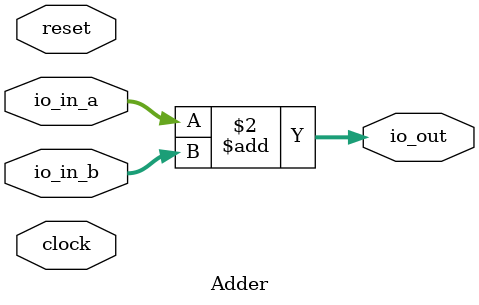
<source format=v>
module Adder( // @[:@3.2]
  input        clock, // @[:@4.4]
  input        reset, // @[:@5.4]
  input  [3:0] io_in_a, // @[:@6.4]
  input  [3:0] io_in_b, // @[:@6.4]
  output [3:0] io_out // @[:@6.4]
);
  wire [4:0] _T_11; // @[exercise3.scala 13:23:@8.4]
  assign _T_11 = io_in_a + io_in_b; // @[exercise3.scala 13:23:@8.4]
  assign io_out = io_in_a + io_in_b; // @[exercise3.scala 13:12:@10.4]
endmodule

</source>
